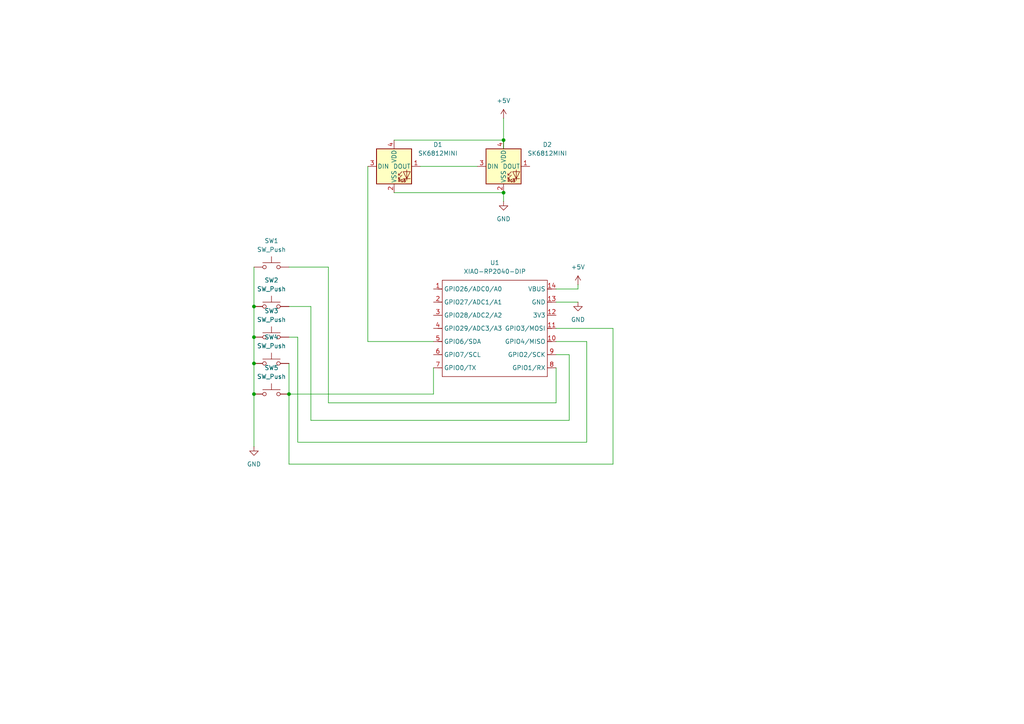
<source format=kicad_sch>
(kicad_sch (version 20231120) (generator "eeschema") (generator_version "8.0")
  (paper "A4")
  (lib_symbols
    (symbol "LED:SK6812MINI" (pin_names (offset 0.254))
      (property "Reference" "D" (at 5.08 5.715 0))
      (property "Value" "SK6812MINI" (at 1.27 -5.715 0))
      (symbol "SK6812MINI_0_0"
        (text "RGB" (at 2.286 -4.191 0) (effects (font (size 0.762 0.762))))
      )
      (symbol "SK6812MINI_0_1"
        (polyline (pts (xy 1.27 -3.556) (xy 1.778 -3.556)))
        (polyline (pts (xy 1.27 -2.54) (xy 1.778 -2.54)))
        (polyline (pts (xy 4.699 -3.556) (xy 2.667 -3.556)))
        (polyline (pts (xy 2.286 -2.54) (xy 1.27 -3.556) (xy 1.27 -3.048)))
        (polyline (pts (xy 2.286 -1.524) (xy 1.27 -2.54) (xy 1.27 -2.032)))
        (polyline (pts (xy 3.683 -1.016) (xy 3.683 -3.556) (xy 3.683 -4.064)))
        (polyline (pts (xy 4.699 -1.524) (xy 2.667 -1.524) (xy 3.683 -3.556) (xy 4.699 -1.524)))
        (rectangle (start 5.08 5.08) (end -5.08 -5.08) (stroke (width 0.254)) (fill (type background)))
      )
      (symbol "SK6812MINI_1_1"
        (pin output line (at 7.62 0 180) (length 2.54) (name "DOUT") (number "1"))
        (pin power_in line (at 0 -7.62 90) (length 2.54) (name "VSS") (number "2"))
        (pin input line (at -7.62 0 0) (length 2.54) (name "DIN") (number "3"))
        (pin power_in line (at 0 7.62 270) (length 2.54) (name "VDD") (number "4"))
      )
    )
    (symbol "OCL:XIAO-RP2040-DIP"
      (property "Reference" "U" (at 0 0 0))
      (property "Value" "XIAO-RP2040-DIP" (at 5.334 -1.778 0))
      (symbol "XIAO-RP2040-DIP_1_0"
        (polyline (pts (xy -1.27 -30.48) (xy -1.27 -16.51)) (stroke (width 0.1524)))
        (polyline (pts (xy -1.27 -27.94) (xy -2.54 -27.94)) (stroke (width 0.1524)))
        (polyline (pts (xy -1.27 -24.13) (xy -2.54 -24.13)) (stroke (width 0.1524)))
        (polyline (pts (xy -1.27 -20.32) (xy -2.54 -20.32)) (stroke (width 0.1524)))
        (polyline (pts (xy -1.27 -16.51) (xy -2.54 -16.51)) (stroke (width 0.1524)))
        (polyline (pts (xy -1.27 -16.51) (xy -1.27 -12.7)) (stroke (width 0.1524)))
        (polyline (pts (xy -1.27 -12.7) (xy -2.54 -12.7)) (stroke (width 0.1524)))
        (polyline (pts (xy -1.27 -12.7) (xy -1.27 -8.89)) (stroke (width 0.1524)))
        (polyline (pts (xy -1.27 -8.89) (xy -2.54 -8.89)) (stroke (width 0.1524)))
        (polyline (pts (xy -1.27 -8.89) (xy -1.27 -5.08)) (stroke (width 0.1524)))
        (polyline (pts (xy -1.27 -5.08) (xy -2.54 -5.08)) (stroke (width 0.1524)))
        (polyline (pts (xy -1.27 -5.08) (xy -1.27 -2.54)) (stroke (width 0.1524)))
        (polyline (pts (xy -1.27 -2.54) (xy 29.21 -2.54)) (stroke (width 0.1524)))
        (polyline (pts (xy 29.21 -30.48) (xy -1.27 -30.48)) (stroke (width 0.1524)))
        (polyline (pts (xy 29.21 -12.7) (xy 29.21 -30.48)) (stroke (width 0.1524)))
        (polyline (pts (xy 29.21 -8.89) (xy 29.21 -12.7)) (stroke (width 0.1524)))
        (polyline (pts (xy 29.21 -5.08) (xy 29.21 -8.89)) (stroke (width 0.1524)))
        (polyline (pts (xy 29.21 -2.54) (xy 29.21 -5.08)) (stroke (width 0.1524)))
        (polyline (pts (xy 30.48 -27.94) (xy 29.21 -27.94)) (stroke (width 0.1524)))
        (polyline (pts (xy 30.48 -24.13) (xy 29.21 -24.13)) (stroke (width 0.1524)))
        (polyline (pts (xy 30.48 -20.32) (xy 29.21 -20.32)) (stroke (width 0.1524)))
        (polyline (pts (xy 30.48 -16.51) (xy 29.21 -16.51)) (stroke (width 0.1524)))
        (polyline (pts (xy 30.48 -12.7) (xy 29.21 -12.7)) (stroke (width 0.1524)))
        (polyline (pts (xy 30.48 -8.89) (xy 29.21 -8.89)) (stroke (width 0.1524)))
        (polyline (pts (xy 30.48 -5.08) (xy 29.21 -5.08)) (stroke (width 0.1524)))
        (pin passive line (at -3.81 -5.08 0) (length 2.54) (name "GPIO26/ADC0/A0") (number "1"))
        (pin passive line (at 31.75 -20.32 180) (length 2.54) (name "GPIO4/MISO") (number "10"))
        (pin passive line (at 31.75 -16.51 180) (length 2.54) (name "GPIO3/MOSI") (number "11"))
        (pin passive line (at 31.75 -12.7 180) (length 2.54) (name "3V3") (number "12"))
        (pin passive line (at 31.75 -8.89 180) (length 2.54) (name "GND") (number "13"))
        (pin passive line (at 31.75 -5.08 180) (length 2.54) (name "VBUS") (number "14"))
        (pin passive line (at -3.81 -8.89 0) (length 2.54) (name "GPIO27/ADC1/A1") (number "2"))
        (pin passive line (at -3.81 -12.7 0) (length 2.54) (name "GPIO28/ADC2/A2") (number "3"))
        (pin passive line (at -3.81 -16.51 0) (length 2.54) (name "GPIO29/ADC3/A3") (number "4"))
        (pin passive line (at -3.81 -20.32 0) (length 2.54) (name "GPIO6/SDA") (number "5"))
        (pin passive line (at -3.81 -24.13 0) (length 2.54) (name "GPIO7/SCL") (number "6"))
        (pin passive line (at -3.81 -27.94 0) (length 2.54) (name "GPIO0/TX") (number "7"))
        (pin passive line (at 31.75 -27.94 180) (length 2.54) (name "GPIO1/RX") (number "8"))
        (pin passive line (at 31.75 -24.13 180) (length 2.54) (name "GPIO2/SCK") (number "9"))
      )
    )
    (symbol "Switch:SW_Push" (pin_numbers hide) (pin_names (offset 1.016) hide)
      (property "Reference" "SW" (at 1.27 2.54 0))
      (property "Value" "SW_Push" (at 0 -1.524 0))
      (symbol "SW_Push_0_1"
        (circle (center -2.032 0) (radius 0.508))
        (polyline (pts (xy 0 1.27) (xy 0 3.048)))
        (polyline (pts (xy 2.54 1.27) (xy -2.54 1.27)))
        (circle (center 2.032 0) (radius 0.508))
        (pin passive line (at -5.08 0 0) (length 2.54) (name "1") (number "1"))
        (pin passive line (at 5.08 0 180) (length 2.54) (name "2") (number "2"))
      )
    )
    (symbol "power:+5V" (power) (pin_numbers hide) (pin_names (offset 0) hide)
      (property "Value" "+5V" (at 0 3.556 0))
      (symbol "+5V_0_1"
        (polyline (pts (xy -0.762 1.27) (xy 0 2.54)))
        (polyline (pts (xy 0 0) (xy 0 2.54)))
        (polyline (pts (xy 0 2.54) (xy 0.762 1.27)))
      )
      (symbol "+5V_1_1"
        (pin power_in line (at 0 0 90) (length 0) (name "~") (number "1"))
      )
    )
    (symbol "power:GND" (power) (pin_numbers hide) (pin_names (offset 0) hide)
      (property "Value" "GND" (at 0 -3.81 0))
      (symbol "GND_0_1"
        (polyline (pts (xy 0 0) (xy 0 -1.27) (xy 1.27 -1.27) (xy 0 -2.54) (xy -1.27 -1.27) (xy 0 -1.27)))
      )
      (symbol "GND_1_1"
        (pin power_in line (at 0 0 270) (length 0) (name "~") (number "1"))
      )
    )
  )
  (junction (at 73.66 114.3))
  (junction (at 73.66 97.79))
  (junction (at 73.66 105.41))
  (junction (at 146.05 40.64))
  (junction (at 73.66 88.9))
  (junction (at 146.05 55.88))
  (junction (at 83.82 114.3))
  (wire (pts (xy 86.36 97.79) (xy 86.36 128.27)))
  (wire (pts (xy 114.3 55.88) (xy 146.05 55.88)))
  (wire (pts (xy 86.36 128.27) (xy 170.18 128.27)))
  (wire (pts (xy 90.17 121.92) (xy 165.1 121.92)))
  (wire (pts (xy 73.66 105.41) (xy 73.66 114.3)))
  (wire (pts (xy 125.73 114.3) (xy 125.73 106.68)))
  (wire (pts (xy 146.05 43.18) (xy 146.05 40.64)))
  (wire (pts (xy 161.29 106.68) (xy 161.29 116.84)))
  (wire (pts (xy 106.68 48.26) (xy 106.68 99.06)))
  (wire (pts (xy 167.64 83.82) (xy 161.29 83.82)))
  (wire (pts (xy 90.17 88.9) (xy 90.17 121.92)))
  (wire (pts (xy 170.18 99.06) (xy 161.29 99.06)))
  (wire (pts (xy 83.82 97.79) (xy 86.36 97.79)))
  (wire (pts (xy 177.8 134.62) (xy 177.8 95.25)))
  (wire (pts (xy 146.05 40.64) (xy 146.05 34.29)))
  (wire (pts (xy 170.18 99.06) (xy 170.18 128.27)))
  (wire (pts (xy 73.66 88.9) (xy 73.66 97.79)))
  (wire (pts (xy 73.66 77.47) (xy 73.66 88.9)))
  (wire (pts (xy 83.82 134.62) (xy 177.8 134.62)))
  (wire (pts (xy 106.68 99.06) (xy 125.73 99.06)))
  (wire (pts (xy 83.82 88.9) (xy 90.17 88.9)))
  (wire (pts (xy 83.82 105.41) (xy 83.82 114.3)))
  (wire (pts (xy 95.25 116.84) (xy 161.29 116.84)))
  (wire (pts (xy 161.29 87.63) (xy 167.64 87.63)))
  (wire (pts (xy 121.92 48.26) (xy 138.43 48.26)))
  (wire (pts (xy 73.66 97.79) (xy 73.66 105.41)))
  (wire (pts (xy 146.05 55.88) (xy 146.05 58.42)))
  (wire (pts (xy 83.82 77.47) (xy 95.25 77.47)))
  (wire (pts (xy 73.66 114.3) (xy 73.66 129.54)))
  (wire (pts (xy 165.1 102.87) (xy 161.29 102.87)))
  (wire (pts (xy 165.1 121.92) (xy 165.1 102.87)))
  (wire (pts (xy 83.82 114.3) (xy 125.73 114.3)))
  (wire (pts (xy 95.25 77.47) (xy 95.25 116.84)))
  (wire (pts (xy 161.29 95.25) (xy 177.8 95.25)))
  (wire (pts (xy 114.3 40.64) (xy 146.05 40.64)))
  (wire (pts (xy 167.64 82.55) (xy 167.64 83.82)))
  (wire (pts (xy 83.82 114.3) (xy 83.82 134.62)))
  (symbol (lib_id "Switch:SW_Push") (at 78.74 97.79 0) (unit 1)
    (property "Reference" "SW3" (at 78.74 90.17 0))
    (property "Value" "SW_Push" (at 78.74 92.71 0))
    (property "Footprint" "Button_Switch_Keyboard:SW_Cherry_MX_1.00u_PCB" (effects (hide yes)))
    (property "Description" "Push button switch, generic, two pins" (effects (hide yes)))
  )
  (symbol (lib_id "Switch:SW_Push") (at 78.74 88.9 0) (unit 1)
    (property "Reference" "SW2" (at 78.74 81.28 0))
    (property "Value" "SW_Push" (at 78.74 83.82 0))
    (property "Footprint" "Button_Switch_Keyboard:SW_Cherry_MX_1.00u_PCB" (effects (hide yes)))
    (property "Description" "Push button switch, generic, two pins" (effects (hide yes)))
  )
  (symbol (lib_id "Switch:SW_Push") (at 78.74 105.41 0) (unit 1)
    (property "Reference" "SW4" (at 78.74 97.79 0))
    (property "Value" "SW_Push" (at 78.74 100.33 0))
    (property "Footprint" "Button_Switch_Keyboard:SW_Cherry_MX_1.00u_PCB" (effects (hide yes)))
    (property "Description" "Push button switch, generic, two pins" (effects (hide yes)))
  )
  (symbol (lib_id "LED:SK6812MINI") (at 114.3 48.26 0) (unit 1)
    (property "Reference" "D1" (at 127 41.9414 0))
    (property "Value" "SK6812MINI" (at 127 44.4814 0))
    (property "Footprint" "LED_SMD:LED_SK6812MINI_PLCC4_3.5x3.5mm_P1.75mm" (effects (hide yes)))
    (property "Datasheet" "https://cdn-shop.adafruit.com/product-files/2686/SK6812MINI_REV.01-1-2.pdf" (effects (hide yes)))
    (property "Description" "RGB LED with integrated controller" (effects (hide yes)))
  )
  (symbol (lib_id "Switch:SW_Push") (at 78.74 114.3 0) (unit 1)
    (property "Reference" "SW5" (at 78.74 106.68 0))
    (property "Value" "SW_Push" (at 78.74 109.22 0))
    (property "Footprint" "Button_Switch_Keyboard:SW_Cherry_MX_1.00u_PCB" (effects (hide yes)))
    (property "Description" "Push button switch, generic, two pins" (effects (hide yes)))
  )
  (symbol (lib_id "power:+5V") (at 167.64 82.55 0) (unit 1)
    (property "Reference" "#PWR05" (effects (hide yes)))
    (property "Value" "+5V" (at 167.64 77.47 0))
    (property "Description" "Power symbol creates a global label with name \"+5V\"" (effects (hide yes)))
  )
  (symbol (lib_id "power:GND") (at 167.64 87.63 0) (unit 1)
    (property "Reference" "#PWR03" (effects (hide yes)))
    (property "Value" "GND" (at 167.64 92.71 0))
    (property "Description" "Power symbol creates a global label with name \"GND\" , ground" (effects (hide yes)))
  )
  (symbol (lib_id "power:GND") (at 146.05 58.42 0) (unit 1)
    (property "Reference" "#PWR02" (effects (hide yes)))
    (property "Value" "GND" (at 146.05 63.5 0))
    (property "Description" "Power symbol creates a global label with name \"GND\" , ground" (effects (hide yes)))
  )
  (symbol (lib_id "LED:SK6812MINI") (at 146.05 48.26 0) (unit 1)
    (property "Reference" "D2" (at 158.75 41.9414 0))
    (property "Value" "SK6812MINI" (at 158.75 44.4814 0))
    (property "Footprint" "LED_SMD:LED_SK6812MINI_PLCC4_3.5x3.5mm_P1.75mm" (effects (hide yes)))
    (property "Datasheet" "https://cdn-shop.adafruit.com/product-files/2686/SK6812MINI_REV.01-1-2.pdf" (effects (hide yes)))
    (property "Description" "RGB LED with integrated controller" (effects (hide yes)))
  )
  (symbol (lib_id "Switch:SW_Push") (at 78.74 77.47 0) (unit 1)
    (property "Reference" "SW1" (at 78.74 69.85 0))
    (property "Value" "SW_Push" (at 78.74 72.39 0))
    (property "Footprint" "Button_Switch_Keyboard:SW_Cherry_MX_1.00u_PCB" (effects (hide yes)))
    (property "Description" "Push button switch, generic, two pins" (effects (hide yes)))
  )
  (symbol (lib_id "OCL:XIAO-RP2040-DIP") (at 129.54 78.74 0) (unit 1)
    (property "Reference" "U1" (at 143.51 76.2 0))
    (property "Value" "XIAO-RP2040-DIP" (at 143.51 78.74 0))
    (property "Footprint" "OPL:XIAO-RP2040-DIP" (effects (hide yes)))
  )
  (symbol (lib_id "power:+5V") (at 146.05 34.29 0) (unit 1)
    (property "Reference" "#PWR04" (effects (hide yes)))
    (property "Value" "+5V" (at 146.05 29.21 0))
    (property "Description" "Power symbol creates a global label with name \"+5V\"" (effects (hide yes)))
  )
  (symbol (lib_id "power:GND") (at 73.66 129.54 0) (unit 1)
    (property "Reference" "#PWR01" (effects (hide yes)))
    (property "Value" "GND" (at 73.66 134.62 0))
    (property "Description" "Power symbol creates a global label with name \"GND\" , ground" (effects (hide yes)))
  )
)
</source>
